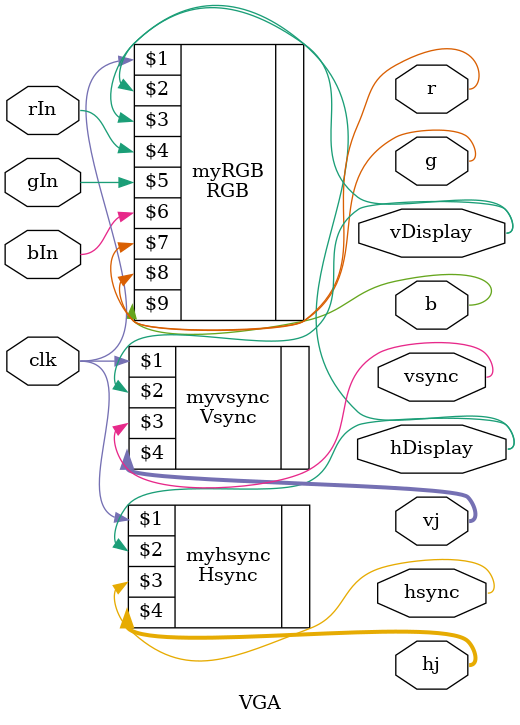
<source format=v>

module VGA (clk,rIn,gIn,bIn,vsync,hsync,r,g,b,hDisplay,vDisplay,hj,vj);
input clk,rIn,gIn,bIn;
output wire vsync, hsync,r,g,b;
output wire  vDisplay,hDisplay;
output wire [10:0] hj;
output wire [20:0] vj;

Vsync myvsync(clk, vDisplay, vsync,vj);
Hsync myhsync(clk, hDisplay, hsync,hj);
RGB myRGB (clk,vDisplay,hDisplay,rIn,gIn,bIn,r,g,b);

endmodule

/*
module VGA (clk, write_zone, count1, count2, h_sync, v_sync);

    input clk;
	 
    output reg write_zone, h_sync='b0, v_sync='b0;
    output reg [9:0] count1=0; //vertical counter
    output reg [9:0] count2=0; //horizontal counter
	 
	 parameter horizontal_resolution = 640;
	 parameter vertical_resolution = 480;

	 parameter start_horizontal_write = 140;
	 parameter finish_horizontal_write = 300;
	 parameter start_vertical_write = 206;
	 parameter finish_vertical_write = 220;
	 
	 parameter front_porch = 16, sync_pulse = 96, whole_line = 800, front_porch_v = 10, sync_pulse_v = 2,whole_frame = 525;

    
    always @(posedge clk) begin
        if (count1 <= vertical_resolution) begin //vertical part of the display
            if (count2 <= horizontal_resolution) begin //horizontal part of the display
                if ((count1 >= start_vertical_write) && (count1 <= finish_vertical_write) && (count2 >= start_horizontal_write) && (count2 <= finish_horizontal_write)) begin //zona de escritura del numero, cada numero sera de 42 de ancho por 70 de alto
                    write_zone = 'b1;
                end
                else begin
                    write_zone = 'b0;
                end
                count2 = count2 + 1;
            end
            //blank space horizontal
            else if (count2 < (horizontal_resolution + front_porch)) begin 
                //write_zone = 'b0;
                count2 = count2 + 1;
            end

            else if (count2 < (horizontal_resolution + front_porch + sync_pulse)) begin
                h_sync = 1;
                count2 = count2 + 1;
            end
            else if (count2 < (whole_line)) begin
                h_sync = 0;
                count2 = count2 + 1;
            end
            else begin
                count1 = count1 + 1;
                count2 = 0;
            end
        end
        else if (count1 < (whole_frame)) begin
            //
            //vertical blank space
            //
            if (count1 < (vertical_resolution + front_porch_v)) begin
                //write_zone = 'b0;
            end
            else if (count1 < (vertical_resolution + front_porch_v + sync_pulse_v)) begin
                v_sync = 1;
            end
            else if (count1 < whole_frame)begin
                v_sync = 0;
            end
            //
            //h_sync while in vertical blank space
            //
            if (count2 < horizontal_resolution) begin
                //write_zone = 'b0;
                count2 = count2 + 1;
            end
            else if (count2 < (horizontal_resolution + front_porch))
                count2 = count2 + 1;

            else if (count2 < (horizontal_resolution + front_porch + sync_pulse)) begin
                h_sync = 1;
                count2 = count2 + 1;
            end
            else if (count2 < whole_line) begin
                h_sync = 0;
                count2 = count2 + 1;
            end
            else begin
                count1 = count1 + 1;
                count2 = 0;
            end
        end
        //finish vertical blank space
        else begin
            count1 = 0;
            count2 = 0;
        end
    end

endmodule
*/
</source>
